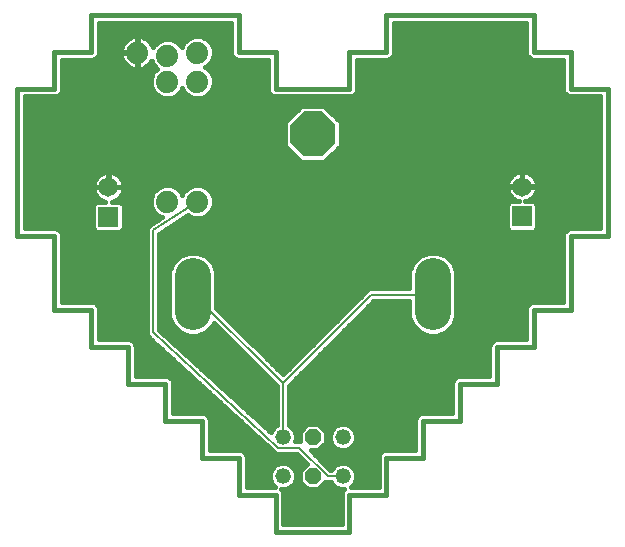
<source format=gbl>
G75*
%MOIN*%
%OFA0B0*%
%FSLAX25Y25*%
%IPPOS*%
%LPD*%
%AMOC8*
5,1,8,0,0,1.08239X$1,22.5*
%
%ADD10C,0.01600*%
%ADD11C,0.12000*%
%ADD12R,0.06500X0.06500*%
%ADD13C,0.06500*%
%ADD14C,0.07400*%
%ADD15OC8,0.15000*%
%ADD16OC8,0.05200*%
%ADD17C,0.05200*%
%ADD18C,0.00500*%
D10*
X0075619Y0051013D02*
X0075619Y0063316D01*
X0063316Y0063316D01*
X0063316Y0075619D01*
X0051013Y0075619D01*
X0051013Y0087922D01*
X0038709Y0087922D01*
X0038709Y0112528D01*
X0026406Y0112528D01*
X0026406Y0161741D01*
X0038709Y0161741D01*
X0038709Y0174044D01*
X0051013Y0174044D01*
X0051013Y0186347D01*
X0100225Y0186347D01*
X0100225Y0174044D01*
X0112528Y0174044D01*
X0112528Y0161741D01*
X0137135Y0161741D01*
X0137135Y0174044D01*
X0149438Y0174044D01*
X0149438Y0186347D01*
X0198650Y0186347D01*
X0198650Y0174044D01*
X0210954Y0174044D01*
X0210954Y0161741D01*
X0223257Y0161741D01*
X0223257Y0112528D01*
X0210954Y0112528D01*
X0210954Y0087922D01*
X0198650Y0087922D01*
X0198650Y0075619D01*
X0186347Y0075619D01*
X0186347Y0063316D01*
X0174044Y0063316D01*
X0174044Y0051013D01*
X0161741Y0051013D01*
X0161741Y0038709D01*
X0149438Y0038709D01*
X0149438Y0026406D01*
X0137135Y0026406D01*
X0137135Y0014103D01*
X0112528Y0014103D01*
X0112528Y0026406D01*
X0100225Y0026406D01*
X0100225Y0038709D01*
X0087922Y0038709D01*
X0087922Y0051013D01*
X0075619Y0051013D01*
X0078219Y0053613D02*
X0078219Y0063833D01*
X0077823Y0064789D01*
X0077092Y0065520D01*
X0076136Y0065916D01*
X0065916Y0065916D01*
X0065916Y0076136D01*
X0065520Y0077092D01*
X0064789Y0077823D01*
X0063833Y0078219D01*
X0053613Y0078219D01*
X0053613Y0088439D01*
X0053217Y0089395D01*
X0052485Y0090126D01*
X0051530Y0090522D01*
X0041309Y0090522D01*
X0041309Y0113046D01*
X0040914Y0114001D01*
X0040182Y0114733D01*
X0039227Y0115128D01*
X0029006Y0115128D01*
X0029006Y0159141D01*
X0039227Y0159141D01*
X0040182Y0159537D01*
X0040914Y0160268D01*
X0041309Y0161224D01*
X0041309Y0171444D01*
X0051530Y0171444D01*
X0052485Y0171840D01*
X0053217Y0172571D01*
X0053613Y0173527D01*
X0053613Y0183747D01*
X0097625Y0183747D01*
X0097625Y0173527D01*
X0098021Y0172571D01*
X0098752Y0171840D01*
X0099708Y0171444D01*
X0109928Y0171444D01*
X0109928Y0161224D01*
X0110324Y0160268D01*
X0111056Y0159537D01*
X0112011Y0159141D01*
X0137652Y0159141D01*
X0138607Y0159537D01*
X0139339Y0160268D01*
X0139735Y0161224D01*
X0139735Y0171444D01*
X0149955Y0171444D01*
X0150911Y0171840D01*
X0151642Y0172571D01*
X0152038Y0173527D01*
X0152038Y0183747D01*
X0196050Y0183747D01*
X0196050Y0173527D01*
X0196446Y0172571D01*
X0197178Y0171840D01*
X0198133Y0171444D01*
X0208354Y0171444D01*
X0208354Y0161224D01*
X0208749Y0160268D01*
X0209481Y0159537D01*
X0210436Y0159141D01*
X0220657Y0159141D01*
X0220657Y0115128D01*
X0210436Y0115128D01*
X0209481Y0114733D01*
X0208749Y0114001D01*
X0208354Y0113046D01*
X0208354Y0090522D01*
X0198133Y0090522D01*
X0197178Y0090126D01*
X0196446Y0089395D01*
X0196050Y0088439D01*
X0196050Y0078219D01*
X0185830Y0078219D01*
X0184874Y0077823D01*
X0184143Y0077092D01*
X0183747Y0076136D01*
X0183747Y0065916D01*
X0173527Y0065916D01*
X0172571Y0065520D01*
X0171840Y0064789D01*
X0171444Y0063833D01*
X0171444Y0053613D01*
X0161224Y0053613D01*
X0160268Y0053217D01*
X0159537Y0052485D01*
X0159141Y0051530D01*
X0159141Y0041309D01*
X0148921Y0041309D01*
X0147965Y0040914D01*
X0147234Y0040182D01*
X0146838Y0039227D01*
X0146838Y0029006D01*
X0137594Y0029006D01*
X0138676Y0030088D01*
X0139346Y0031705D01*
X0139346Y0033456D01*
X0138676Y0035073D01*
X0137438Y0036311D01*
X0135821Y0036981D01*
X0134071Y0036981D01*
X0132453Y0036311D01*
X0131216Y0035073D01*
X0131042Y0034653D01*
X0130755Y0034653D01*
X0124236Y0041173D01*
X0126768Y0041173D01*
X0129346Y0043750D01*
X0129346Y0047395D01*
X0126768Y0049973D01*
X0123123Y0049973D01*
X0120546Y0047395D01*
X0120546Y0044153D01*
X0119120Y0044153D01*
X0119346Y0044698D01*
X0119346Y0046448D01*
X0118676Y0048065D01*
X0117438Y0049303D01*
X0116956Y0049502D01*
X0116956Y0062754D01*
X0145255Y0091053D01*
X0157121Y0091053D01*
X0157121Y0085691D01*
X0158309Y0082824D01*
X0160503Y0080630D01*
X0163370Y0079442D01*
X0166473Y0079442D01*
X0169339Y0080630D01*
X0171534Y0082824D01*
X0172721Y0085691D01*
X0172721Y0100794D01*
X0171534Y0103660D01*
X0169339Y0105855D01*
X0166473Y0107042D01*
X0163370Y0107042D01*
X0160503Y0105855D01*
X0158309Y0103660D01*
X0157121Y0100794D01*
X0157121Y0095153D01*
X0143557Y0095153D01*
X0114906Y0066502D01*
X0092721Y0088688D01*
X0092721Y0100794D01*
X0091534Y0103660D01*
X0089339Y0105855D01*
X0086473Y0107042D01*
X0083370Y0107042D01*
X0080503Y0105855D01*
X0078309Y0103660D01*
X0077121Y0100794D01*
X0077121Y0085691D01*
X0078309Y0082824D01*
X0080503Y0080630D01*
X0083370Y0079442D01*
X0086473Y0079442D01*
X0089339Y0080630D01*
X0091534Y0082824D01*
X0091901Y0083710D01*
X0112856Y0062754D01*
X0112856Y0049470D01*
X0112453Y0049303D01*
X0111216Y0048065D01*
X0110864Y0047215D01*
X0073612Y0081367D01*
X0073612Y0113361D01*
X0083170Y0119561D01*
X0083291Y0119440D01*
X0085312Y0118603D01*
X0087500Y0118603D01*
X0089522Y0119440D01*
X0091069Y0120988D01*
X0091906Y0123009D01*
X0091906Y0125197D01*
X0091069Y0127219D01*
X0089522Y0128766D01*
X0087500Y0129603D01*
X0085312Y0129603D01*
X0083291Y0128766D01*
X0081744Y0127219D01*
X0081406Y0126404D01*
X0081069Y0127219D01*
X0079522Y0128766D01*
X0077500Y0129603D01*
X0075312Y0129603D01*
X0073291Y0128766D01*
X0071744Y0127219D01*
X0070906Y0125197D01*
X0070906Y0123009D01*
X0071744Y0120988D01*
X0073291Y0119440D01*
X0074609Y0118895D01*
X0070955Y0116525D01*
X0070713Y0116525D01*
X0070265Y0116077D01*
X0069734Y0115733D01*
X0069683Y0115496D01*
X0069512Y0115324D01*
X0069512Y0114691D01*
X0069380Y0114072D01*
X0069512Y0113868D01*
X0069512Y0081262D01*
X0069477Y0081224D01*
X0069512Y0080421D01*
X0069512Y0079616D01*
X0069548Y0079579D01*
X0069550Y0079528D01*
X0070144Y0078984D01*
X0070713Y0078415D01*
X0070764Y0078415D01*
X0111988Y0040622D01*
X0112557Y0040053D01*
X0112609Y0040053D01*
X0112647Y0040018D01*
X0113451Y0040053D01*
X0119557Y0040053D01*
X0122876Y0036734D01*
X0120546Y0034403D01*
X0120546Y0030758D01*
X0123123Y0028181D01*
X0126768Y0028181D01*
X0129141Y0030553D01*
X0131023Y0030553D01*
X0131216Y0030088D01*
X0132453Y0028850D01*
X0134071Y0028181D01*
X0135232Y0028181D01*
X0134930Y0027879D01*
X0134535Y0026923D01*
X0134535Y0016703D01*
X0115128Y0016703D01*
X0115128Y0026923D01*
X0114733Y0027879D01*
X0114431Y0028181D01*
X0115821Y0028181D01*
X0117438Y0028850D01*
X0118676Y0030088D01*
X0119346Y0031705D01*
X0119346Y0033456D01*
X0118676Y0035073D01*
X0117438Y0036311D01*
X0115821Y0036981D01*
X0114071Y0036981D01*
X0112453Y0036311D01*
X0111216Y0035073D01*
X0110546Y0033456D01*
X0110546Y0031705D01*
X0111216Y0030088D01*
X0112298Y0029006D01*
X0102825Y0029006D01*
X0102825Y0039227D01*
X0102429Y0040182D01*
X0101698Y0040914D01*
X0100742Y0041309D01*
X0090522Y0041309D01*
X0090522Y0051530D01*
X0090126Y0052485D01*
X0089395Y0053217D01*
X0088439Y0053613D01*
X0078219Y0053613D01*
X0078219Y0054066D02*
X0097324Y0054066D01*
X0099067Y0052467D02*
X0090134Y0052467D01*
X0090522Y0050869D02*
X0100811Y0050869D01*
X0102555Y0049270D02*
X0090522Y0049270D01*
X0090522Y0047672D02*
X0104298Y0047672D01*
X0106042Y0046073D02*
X0090522Y0046073D01*
X0090522Y0044475D02*
X0107786Y0044475D01*
X0109529Y0042876D02*
X0090522Y0042876D01*
X0100819Y0041278D02*
X0111273Y0041278D01*
X0112868Y0036482D02*
X0102825Y0036482D01*
X0102825Y0034884D02*
X0111137Y0034884D01*
X0110546Y0033285D02*
X0102825Y0033285D01*
X0102825Y0031687D02*
X0110553Y0031687D01*
X0111216Y0030088D02*
X0102825Y0030088D01*
X0102825Y0038081D02*
X0121529Y0038081D01*
X0122625Y0036482D02*
X0117024Y0036482D01*
X0118754Y0034884D02*
X0121026Y0034884D01*
X0120546Y0033285D02*
X0119346Y0033285D01*
X0119338Y0031687D02*
X0120546Y0031687D01*
X0121216Y0030088D02*
X0118676Y0030088D01*
X0116567Y0028490D02*
X0122814Y0028490D01*
X0127077Y0028490D02*
X0133324Y0028490D01*
X0134535Y0026891D02*
X0115128Y0026891D01*
X0115128Y0025293D02*
X0134535Y0025293D01*
X0134535Y0023694D02*
X0115128Y0023694D01*
X0115128Y0022096D02*
X0134535Y0022096D01*
X0134535Y0020497D02*
X0115128Y0020497D01*
X0115128Y0018899D02*
X0134535Y0018899D01*
X0134535Y0017300D02*
X0115128Y0017300D01*
X0128676Y0030088D02*
X0131216Y0030088D01*
X0131137Y0034884D02*
X0130525Y0034884D01*
X0128926Y0036482D02*
X0132868Y0036482D01*
X0137024Y0036482D02*
X0146838Y0036482D01*
X0146838Y0034884D02*
X0138754Y0034884D01*
X0139346Y0033285D02*
X0146838Y0033285D01*
X0146838Y0031687D02*
X0139338Y0031687D01*
X0138676Y0030088D02*
X0146838Y0030088D01*
X0146838Y0038081D02*
X0127328Y0038081D01*
X0125729Y0039679D02*
X0147025Y0039679D01*
X0148844Y0041278D02*
X0136075Y0041278D01*
X0135821Y0041173D02*
X0137438Y0041843D01*
X0138676Y0043080D01*
X0139346Y0044698D01*
X0139346Y0046448D01*
X0138676Y0048065D01*
X0137438Y0049303D01*
X0135821Y0049973D01*
X0134071Y0049973D01*
X0132453Y0049303D01*
X0131216Y0048065D01*
X0130546Y0046448D01*
X0130546Y0044698D01*
X0131216Y0043080D01*
X0132453Y0041843D01*
X0134071Y0041173D01*
X0135821Y0041173D01*
X0133817Y0041278D02*
X0126873Y0041278D01*
X0128472Y0042876D02*
X0131420Y0042876D01*
X0130638Y0044475D02*
X0129346Y0044475D01*
X0129346Y0046073D02*
X0130546Y0046073D01*
X0131053Y0047672D02*
X0129069Y0047672D01*
X0127471Y0049270D02*
X0132421Y0049270D01*
X0137471Y0049270D02*
X0159141Y0049270D01*
X0159141Y0047672D02*
X0138839Y0047672D01*
X0139346Y0046073D02*
X0159141Y0046073D01*
X0159141Y0044475D02*
X0139254Y0044475D01*
X0138472Y0042876D02*
X0159141Y0042876D01*
X0159141Y0050869D02*
X0116956Y0050869D01*
X0116956Y0052467D02*
X0159529Y0052467D01*
X0171444Y0054066D02*
X0116956Y0054066D01*
X0116956Y0055664D02*
X0171444Y0055664D01*
X0171444Y0057263D02*
X0116956Y0057263D01*
X0116956Y0058861D02*
X0171444Y0058861D01*
X0171444Y0060460D02*
X0116956Y0060460D01*
X0116956Y0062058D02*
X0171444Y0062058D01*
X0171444Y0063657D02*
X0117859Y0063657D01*
X0119458Y0065256D02*
X0172307Y0065256D01*
X0183747Y0066854D02*
X0121056Y0066854D01*
X0122655Y0068453D02*
X0183747Y0068453D01*
X0183747Y0070051D02*
X0124253Y0070051D01*
X0125852Y0071650D02*
X0183747Y0071650D01*
X0183747Y0073248D02*
X0127450Y0073248D01*
X0129049Y0074847D02*
X0183747Y0074847D01*
X0183875Y0076445D02*
X0130647Y0076445D01*
X0132246Y0078044D02*
X0185407Y0078044D01*
X0196050Y0079642D02*
X0166955Y0079642D01*
X0162887Y0079642D02*
X0133844Y0079642D01*
X0135443Y0081241D02*
X0159892Y0081241D01*
X0158302Y0082839D02*
X0137041Y0082839D01*
X0138640Y0084438D02*
X0157640Y0084438D01*
X0157121Y0086036D02*
X0140238Y0086036D01*
X0141837Y0087635D02*
X0157121Y0087635D01*
X0157121Y0089233D02*
X0143435Y0089233D01*
X0145034Y0090832D02*
X0157121Y0090832D01*
X0157121Y0095627D02*
X0092721Y0095627D01*
X0092721Y0094029D02*
X0142433Y0094029D01*
X0140834Y0092430D02*
X0092721Y0092430D01*
X0092721Y0090832D02*
X0139236Y0090832D01*
X0137637Y0089233D02*
X0092721Y0089233D01*
X0093774Y0087635D02*
X0136039Y0087635D01*
X0134440Y0086036D02*
X0095372Y0086036D01*
X0096971Y0084438D02*
X0132842Y0084438D01*
X0131243Y0082839D02*
X0098569Y0082839D01*
X0100168Y0081241D02*
X0129645Y0081241D01*
X0128046Y0079642D02*
X0101766Y0079642D01*
X0103365Y0078044D02*
X0126448Y0078044D01*
X0124849Y0076445D02*
X0104963Y0076445D01*
X0106562Y0074847D02*
X0123251Y0074847D01*
X0121652Y0073248D02*
X0108160Y0073248D01*
X0109759Y0071650D02*
X0120054Y0071650D01*
X0118455Y0070051D02*
X0111358Y0070051D01*
X0112956Y0068453D02*
X0116857Y0068453D01*
X0115258Y0066854D02*
X0114555Y0066854D01*
X0110355Y0065256D02*
X0091186Y0065256D01*
X0089442Y0066854D02*
X0108756Y0066854D01*
X0107158Y0068453D02*
X0087698Y0068453D01*
X0085955Y0070051D02*
X0105559Y0070051D01*
X0103961Y0071650D02*
X0084211Y0071650D01*
X0082467Y0073248D02*
X0102362Y0073248D01*
X0100764Y0074847D02*
X0080724Y0074847D01*
X0078980Y0076445D02*
X0099165Y0076445D01*
X0097567Y0078044D02*
X0077236Y0078044D01*
X0075493Y0079642D02*
X0082887Y0079642D01*
X0086955Y0079642D02*
X0095968Y0079642D01*
X0094370Y0081241D02*
X0089950Y0081241D01*
X0091540Y0082839D02*
X0092771Y0082839D01*
X0079892Y0081241D02*
X0073749Y0081241D01*
X0073612Y0082839D02*
X0078302Y0082839D01*
X0077640Y0084438D02*
X0073612Y0084438D01*
X0073612Y0086036D02*
X0077121Y0086036D01*
X0077121Y0087635D02*
X0073612Y0087635D01*
X0073612Y0089233D02*
X0077121Y0089233D01*
X0077121Y0090832D02*
X0073612Y0090832D01*
X0073612Y0092430D02*
X0077121Y0092430D01*
X0077121Y0094029D02*
X0073612Y0094029D01*
X0073612Y0095627D02*
X0077121Y0095627D01*
X0077121Y0097226D02*
X0073612Y0097226D01*
X0073612Y0098824D02*
X0077121Y0098824D01*
X0077121Y0100423D02*
X0073612Y0100423D01*
X0073612Y0102021D02*
X0077630Y0102021D01*
X0078292Y0103620D02*
X0073612Y0103620D01*
X0073612Y0105218D02*
X0079866Y0105218D01*
X0082826Y0106817D02*
X0073612Y0106817D01*
X0073612Y0108415D02*
X0208354Y0108415D01*
X0208354Y0106817D02*
X0167016Y0106817D01*
X0162826Y0106817D02*
X0087016Y0106817D01*
X0089976Y0105218D02*
X0159866Y0105218D01*
X0158292Y0103620D02*
X0091550Y0103620D01*
X0092213Y0102021D02*
X0157630Y0102021D01*
X0157121Y0100423D02*
X0092721Y0100423D01*
X0092721Y0098824D02*
X0157121Y0098824D01*
X0157121Y0097226D02*
X0092721Y0097226D01*
X0073612Y0110014D02*
X0208354Y0110014D01*
X0208354Y0111612D02*
X0073612Y0111612D01*
X0073612Y0113211D02*
X0208422Y0113211D01*
X0209666Y0114809D02*
X0199465Y0114809D01*
X0199782Y0115126D02*
X0198728Y0114072D01*
X0190737Y0114072D01*
X0189682Y0115126D01*
X0189682Y0123118D01*
X0190737Y0124172D01*
X0193694Y0124172D01*
X0193550Y0124195D01*
X0192794Y0124440D01*
X0192085Y0124801D01*
X0191442Y0125269D01*
X0190880Y0125831D01*
X0190413Y0126474D01*
X0190052Y0127182D01*
X0189807Y0127938D01*
X0189682Y0128723D01*
X0189682Y0129045D01*
X0194657Y0129045D01*
X0194657Y0129195D01*
X0189682Y0129195D01*
X0189682Y0129518D01*
X0189807Y0130303D01*
X0190052Y0131059D01*
X0190413Y0131767D01*
X0190880Y0132410D01*
X0191442Y0132972D01*
X0192085Y0133440D01*
X0192794Y0133800D01*
X0193550Y0134046D01*
X0194335Y0134170D01*
X0194657Y0134170D01*
X0194657Y0129196D01*
X0194807Y0129196D01*
X0194657Y0129196D01*
X0194807Y0129196D02*
X0194807Y0134170D01*
X0195130Y0134170D01*
X0195915Y0134046D01*
X0196671Y0133800D01*
X0197379Y0133440D01*
X0198022Y0132972D01*
X0198584Y0132410D01*
X0199051Y0131767D01*
X0199412Y0131059D01*
X0199658Y0130303D01*
X0199782Y0129518D01*
X0199782Y0129195D01*
X0194807Y0129195D01*
X0194807Y0129045D01*
X0199782Y0129045D01*
X0199782Y0128723D01*
X0199658Y0127938D01*
X0199412Y0127182D01*
X0199051Y0126474D01*
X0198584Y0125831D01*
X0198022Y0125269D01*
X0197379Y0124801D01*
X0196671Y0124440D01*
X0195915Y0124195D01*
X0195771Y0124172D01*
X0198728Y0124172D01*
X0199782Y0123118D01*
X0199782Y0115126D01*
X0199782Y0116408D02*
X0220657Y0116408D01*
X0220657Y0118006D02*
X0199782Y0118006D01*
X0199782Y0119605D02*
X0220657Y0119605D01*
X0220657Y0121203D02*
X0199782Y0121203D01*
X0199782Y0122802D02*
X0220657Y0122802D01*
X0220657Y0124400D02*
X0196548Y0124400D01*
X0198706Y0125999D02*
X0220657Y0125999D01*
X0220657Y0127597D02*
X0199547Y0127597D01*
X0199782Y0129196D02*
X0220657Y0129196D01*
X0220657Y0130794D02*
X0199498Y0130794D01*
X0198597Y0132393D02*
X0220657Y0132393D01*
X0220657Y0133991D02*
X0196083Y0133991D01*
X0194807Y0133991D02*
X0194657Y0133991D01*
X0193382Y0133991D02*
X0057285Y0133991D01*
X0057198Y0134005D02*
X0057984Y0133881D01*
X0058739Y0133635D01*
X0059448Y0133274D01*
X0060091Y0132807D01*
X0060653Y0132245D01*
X0061120Y0131602D01*
X0061481Y0130894D01*
X0061727Y0130138D01*
X0061851Y0129353D01*
X0061851Y0129030D01*
X0056876Y0129030D01*
X0056876Y0128880D01*
X0061851Y0128880D01*
X0061851Y0128558D01*
X0061727Y0127773D01*
X0061481Y0127017D01*
X0061120Y0126309D01*
X0060653Y0125665D01*
X0060091Y0125103D01*
X0059448Y0124636D01*
X0058739Y0124275D01*
X0057984Y0124030D01*
X0057840Y0124007D01*
X0060797Y0124007D01*
X0061851Y0122952D01*
X0061851Y0114961D01*
X0060797Y0113907D01*
X0052805Y0113907D01*
X0051751Y0114961D01*
X0051751Y0122952D01*
X0052805Y0124007D01*
X0055762Y0124007D01*
X0055618Y0124030D01*
X0054862Y0124275D01*
X0054154Y0124636D01*
X0053511Y0125103D01*
X0052949Y0125665D01*
X0052482Y0126309D01*
X0052121Y0127017D01*
X0051875Y0127773D01*
X0051751Y0128558D01*
X0051751Y0128880D01*
X0056726Y0128880D01*
X0056726Y0129030D01*
X0051751Y0129030D01*
X0051751Y0129353D01*
X0051875Y0130138D01*
X0052121Y0130894D01*
X0052482Y0131602D01*
X0052949Y0132245D01*
X0053511Y0132807D01*
X0054154Y0133274D01*
X0054862Y0133635D01*
X0055618Y0133881D01*
X0056404Y0134005D01*
X0056726Y0134005D01*
X0056726Y0129030D01*
X0056876Y0129030D01*
X0056876Y0134005D01*
X0057198Y0134005D01*
X0056876Y0133991D02*
X0056726Y0133991D01*
X0056316Y0133991D02*
X0029006Y0133991D01*
X0029006Y0132393D02*
X0053097Y0132393D01*
X0052089Y0130794D02*
X0029006Y0130794D01*
X0029006Y0129196D02*
X0051751Y0129196D01*
X0051932Y0127597D02*
X0029006Y0127597D01*
X0029006Y0125999D02*
X0052707Y0125999D01*
X0054617Y0124400D02*
X0029006Y0124400D01*
X0029006Y0122802D02*
X0051751Y0122802D01*
X0051751Y0121203D02*
X0029006Y0121203D01*
X0029006Y0119605D02*
X0051751Y0119605D01*
X0051751Y0118006D02*
X0029006Y0118006D01*
X0029006Y0116408D02*
X0051751Y0116408D01*
X0051903Y0114809D02*
X0039997Y0114809D01*
X0041241Y0113211D02*
X0069512Y0113211D01*
X0069512Y0114809D02*
X0061699Y0114809D01*
X0061851Y0116408D02*
X0070595Y0116408D01*
X0073239Y0118006D02*
X0061851Y0118006D01*
X0061851Y0119605D02*
X0073126Y0119605D01*
X0071654Y0121203D02*
X0061851Y0121203D01*
X0061851Y0122802D02*
X0070992Y0122802D01*
X0070906Y0124400D02*
X0058985Y0124400D01*
X0060895Y0125999D02*
X0071238Y0125999D01*
X0072122Y0127597D02*
X0061670Y0127597D01*
X0061851Y0129196D02*
X0074329Y0129196D01*
X0078483Y0129196D02*
X0084329Y0129196D01*
X0082122Y0127597D02*
X0080690Y0127597D01*
X0088483Y0129196D02*
X0189682Y0129196D01*
X0189917Y0127597D02*
X0090690Y0127597D01*
X0091574Y0125999D02*
X0190758Y0125999D01*
X0192917Y0124400D02*
X0091906Y0124400D01*
X0091820Y0122802D02*
X0189682Y0122802D01*
X0189682Y0121203D02*
X0091158Y0121203D01*
X0089686Y0119605D02*
X0189682Y0119605D01*
X0189682Y0118006D02*
X0080774Y0118006D01*
X0078309Y0116408D02*
X0189682Y0116408D01*
X0189999Y0114809D02*
X0075844Y0114809D01*
X0069512Y0111612D02*
X0041309Y0111612D01*
X0041309Y0110014D02*
X0069512Y0110014D01*
X0069512Y0108415D02*
X0041309Y0108415D01*
X0041309Y0106817D02*
X0069512Y0106817D01*
X0069512Y0105218D02*
X0041309Y0105218D01*
X0041309Y0103620D02*
X0069512Y0103620D01*
X0069512Y0102021D02*
X0041309Y0102021D01*
X0041309Y0100423D02*
X0069512Y0100423D01*
X0069512Y0098824D02*
X0041309Y0098824D01*
X0041309Y0097226D02*
X0069512Y0097226D01*
X0069512Y0095627D02*
X0041309Y0095627D01*
X0041309Y0094029D02*
X0069512Y0094029D01*
X0069512Y0092430D02*
X0041309Y0092430D01*
X0041309Y0090832D02*
X0069512Y0090832D01*
X0069512Y0089233D02*
X0053284Y0089233D01*
X0053613Y0087635D02*
X0069512Y0087635D01*
X0069512Y0086036D02*
X0053613Y0086036D01*
X0053613Y0084438D02*
X0069512Y0084438D01*
X0069512Y0082839D02*
X0053613Y0082839D01*
X0053613Y0081241D02*
X0069492Y0081241D01*
X0069512Y0079642D02*
X0053613Y0079642D01*
X0064256Y0078044D02*
X0071169Y0078044D01*
X0072913Y0076445D02*
X0065788Y0076445D01*
X0065916Y0074847D02*
X0074657Y0074847D01*
X0076400Y0073248D02*
X0065916Y0073248D01*
X0065916Y0071650D02*
X0078144Y0071650D01*
X0079887Y0070051D02*
X0065916Y0070051D01*
X0065916Y0068453D02*
X0081631Y0068453D01*
X0083375Y0066854D02*
X0065916Y0066854D01*
X0077356Y0065256D02*
X0085118Y0065256D01*
X0086862Y0063657D02*
X0078219Y0063657D01*
X0078219Y0062058D02*
X0088606Y0062058D01*
X0090349Y0060460D02*
X0078219Y0060460D01*
X0078219Y0058861D02*
X0092093Y0058861D01*
X0093837Y0057263D02*
X0078219Y0057263D01*
X0078219Y0055664D02*
X0095580Y0055664D01*
X0098160Y0058861D02*
X0112856Y0058861D01*
X0112856Y0057263D02*
X0099904Y0057263D01*
X0101647Y0055664D02*
X0112856Y0055664D01*
X0112856Y0054066D02*
X0103391Y0054066D01*
X0105135Y0052467D02*
X0112856Y0052467D01*
X0112856Y0050869D02*
X0106878Y0050869D01*
X0108622Y0049270D02*
X0112421Y0049270D01*
X0111053Y0047672D02*
X0110366Y0047672D01*
X0117471Y0049270D02*
X0122421Y0049270D01*
X0120822Y0047672D02*
X0118839Y0047672D01*
X0119346Y0046073D02*
X0120546Y0046073D01*
X0120546Y0044475D02*
X0119254Y0044475D01*
X0119931Y0039679D02*
X0102638Y0039679D01*
X0096416Y0060460D02*
X0112856Y0060460D01*
X0112856Y0062058D02*
X0094673Y0062058D01*
X0092929Y0063657D02*
X0111953Y0063657D01*
X0169950Y0081241D02*
X0196050Y0081241D01*
X0196050Y0082839D02*
X0171540Y0082839D01*
X0172202Y0084438D02*
X0196050Y0084438D01*
X0196050Y0086036D02*
X0172721Y0086036D01*
X0172721Y0087635D02*
X0196050Y0087635D01*
X0196379Y0089233D02*
X0172721Y0089233D01*
X0172721Y0090832D02*
X0208354Y0090832D01*
X0208354Y0092430D02*
X0172721Y0092430D01*
X0172721Y0094029D02*
X0208354Y0094029D01*
X0208354Y0095627D02*
X0172721Y0095627D01*
X0172721Y0097226D02*
X0208354Y0097226D01*
X0208354Y0098824D02*
X0172721Y0098824D01*
X0172721Y0100423D02*
X0208354Y0100423D01*
X0208354Y0102021D02*
X0172213Y0102021D01*
X0171550Y0103620D02*
X0208354Y0103620D01*
X0208354Y0105218D02*
X0169976Y0105218D01*
X0189966Y0130794D02*
X0061513Y0130794D01*
X0060505Y0132393D02*
X0190868Y0132393D01*
X0194657Y0132393D02*
X0194807Y0132393D01*
X0194807Y0130794D02*
X0194657Y0130794D01*
X0220657Y0135590D02*
X0029006Y0135590D01*
X0029006Y0137189D02*
X0220657Y0137189D01*
X0220657Y0138787D02*
X0130245Y0138787D01*
X0128784Y0137326D02*
X0134232Y0142774D01*
X0134232Y0150478D01*
X0128784Y0155926D01*
X0121080Y0155926D01*
X0115632Y0150478D01*
X0115632Y0142774D01*
X0121080Y0137326D01*
X0128784Y0137326D01*
X0131844Y0140386D02*
X0220657Y0140386D01*
X0220657Y0141984D02*
X0133442Y0141984D01*
X0134232Y0143583D02*
X0220657Y0143583D01*
X0220657Y0145181D02*
X0134232Y0145181D01*
X0134232Y0146780D02*
X0220657Y0146780D01*
X0220657Y0148378D02*
X0134232Y0148378D01*
X0134232Y0149977D02*
X0220657Y0149977D01*
X0220657Y0151575D02*
X0133135Y0151575D01*
X0131537Y0153174D02*
X0220657Y0153174D01*
X0220657Y0154772D02*
X0129938Y0154772D01*
X0138638Y0159568D02*
X0209450Y0159568D01*
X0208377Y0161166D02*
X0139711Y0161166D01*
X0139735Y0162765D02*
X0208354Y0162765D01*
X0208354Y0164363D02*
X0139735Y0164363D01*
X0139735Y0165962D02*
X0208354Y0165962D01*
X0208354Y0167560D02*
X0139735Y0167560D01*
X0139735Y0169159D02*
X0208354Y0169159D01*
X0208354Y0170757D02*
X0139735Y0170757D01*
X0151426Y0172356D02*
X0196662Y0172356D01*
X0196050Y0173954D02*
X0152038Y0173954D01*
X0152038Y0175553D02*
X0196050Y0175553D01*
X0196050Y0177151D02*
X0152038Y0177151D01*
X0152038Y0178750D02*
X0196050Y0178750D01*
X0196050Y0180348D02*
X0152038Y0180348D01*
X0152038Y0181947D02*
X0196050Y0181947D01*
X0196050Y0183545D02*
X0152038Y0183545D01*
X0119926Y0154772D02*
X0029006Y0154772D01*
X0029006Y0153174D02*
X0118327Y0153174D01*
X0116729Y0151575D02*
X0029006Y0151575D01*
X0029006Y0149977D02*
X0115632Y0149977D01*
X0115632Y0148378D02*
X0029006Y0148378D01*
X0029006Y0146780D02*
X0115632Y0146780D01*
X0115632Y0145181D02*
X0029006Y0145181D01*
X0029006Y0143583D02*
X0115632Y0143583D01*
X0116422Y0141984D02*
X0029006Y0141984D01*
X0029006Y0140386D02*
X0118021Y0140386D01*
X0119619Y0138787D02*
X0029006Y0138787D01*
X0029006Y0156371D02*
X0220657Y0156371D01*
X0220657Y0157969D02*
X0029006Y0157969D01*
X0040213Y0159568D02*
X0073164Y0159568D01*
X0073291Y0159440D02*
X0075312Y0158603D01*
X0077500Y0158603D01*
X0079522Y0159440D01*
X0081069Y0160988D01*
X0081406Y0161802D01*
X0081744Y0160988D01*
X0083291Y0159440D01*
X0085312Y0158603D01*
X0087500Y0158603D01*
X0089522Y0159440D01*
X0091069Y0160988D01*
X0091906Y0163009D01*
X0091906Y0165197D01*
X0091069Y0167219D01*
X0089522Y0168766D01*
X0089101Y0168940D01*
X0089522Y0169114D01*
X0091069Y0170661D01*
X0091906Y0172683D01*
X0091906Y0174871D01*
X0091069Y0176892D01*
X0089522Y0178439D01*
X0087500Y0179277D01*
X0085312Y0179277D01*
X0083291Y0178439D01*
X0081744Y0176892D01*
X0081199Y0175578D01*
X0081069Y0175892D01*
X0079522Y0177439D01*
X0077500Y0178277D01*
X0075312Y0178277D01*
X0073291Y0177439D01*
X0071744Y0175892D01*
X0071608Y0175565D01*
X0071503Y0175888D01*
X0071110Y0176659D01*
X0070601Y0177360D01*
X0069989Y0177972D01*
X0069289Y0178481D01*
X0068518Y0178874D01*
X0067694Y0179141D01*
X0066839Y0179277D01*
X0066606Y0179277D01*
X0066606Y0173977D01*
X0066206Y0173977D01*
X0066206Y0173577D01*
X0060906Y0173577D01*
X0060906Y0173344D01*
X0061042Y0172489D01*
X0061309Y0171666D01*
X0061702Y0170894D01*
X0062211Y0170194D01*
X0062823Y0169582D01*
X0063524Y0169073D01*
X0064295Y0168680D01*
X0065118Y0168412D01*
X0065973Y0168277D01*
X0066206Y0168277D01*
X0066206Y0173577D01*
X0066606Y0173577D01*
X0066606Y0168277D01*
X0066839Y0168277D01*
X0067694Y0168412D01*
X0068518Y0168680D01*
X0069289Y0169073D01*
X0069989Y0169582D01*
X0070601Y0170194D01*
X0071110Y0170894D01*
X0071178Y0171027D01*
X0071744Y0169661D01*
X0072965Y0168440D01*
X0071744Y0167219D01*
X0070906Y0165197D01*
X0070906Y0163009D01*
X0071744Y0160988D01*
X0073291Y0159440D01*
X0071670Y0161166D02*
X0041286Y0161166D01*
X0041309Y0162765D02*
X0071008Y0162765D01*
X0070906Y0164363D02*
X0041309Y0164363D01*
X0041309Y0165962D02*
X0071223Y0165962D01*
X0072085Y0167560D02*
X0041309Y0167560D01*
X0041309Y0169159D02*
X0063405Y0169159D01*
X0061802Y0170757D02*
X0041309Y0170757D01*
X0053001Y0172356D02*
X0061085Y0172356D01*
X0060906Y0173977D02*
X0066206Y0173977D01*
X0066206Y0179277D01*
X0065973Y0179277D01*
X0065118Y0179141D01*
X0064295Y0178874D01*
X0063524Y0178481D01*
X0062823Y0177972D01*
X0062211Y0177360D01*
X0061702Y0176659D01*
X0061309Y0175888D01*
X0061042Y0175065D01*
X0060906Y0174210D01*
X0060906Y0173977D01*
X0061200Y0175553D02*
X0053613Y0175553D01*
X0053613Y0177151D02*
X0062060Y0177151D01*
X0064052Y0178750D02*
X0053613Y0178750D01*
X0053613Y0180348D02*
X0097625Y0180348D01*
X0097625Y0178750D02*
X0088772Y0178750D01*
X0090810Y0177151D02*
X0097625Y0177151D01*
X0097625Y0175553D02*
X0091624Y0175553D01*
X0091906Y0173954D02*
X0097625Y0173954D01*
X0098237Y0172356D02*
X0091771Y0172356D01*
X0091109Y0170757D02*
X0109928Y0170757D01*
X0109928Y0169159D02*
X0089566Y0169159D01*
X0090727Y0167560D02*
X0109928Y0167560D01*
X0109928Y0165962D02*
X0091590Y0165962D01*
X0091906Y0164363D02*
X0109928Y0164363D01*
X0109928Y0162765D02*
X0091805Y0162765D01*
X0091143Y0161166D02*
X0109952Y0161166D01*
X0111025Y0159568D02*
X0089649Y0159568D01*
X0083164Y0159568D02*
X0079649Y0159568D01*
X0081143Y0161166D02*
X0081670Y0161166D01*
X0072246Y0169159D02*
X0069407Y0169159D01*
X0071011Y0170757D02*
X0071290Y0170757D01*
X0066606Y0170757D02*
X0066206Y0170757D01*
X0066206Y0169159D02*
X0066606Y0169159D01*
X0066606Y0172356D02*
X0066206Y0172356D01*
X0066206Y0173954D02*
X0053613Y0173954D01*
X0053613Y0181947D02*
X0097625Y0181947D01*
X0097625Y0183545D02*
X0053613Y0183545D01*
X0066206Y0178750D02*
X0066606Y0178750D01*
X0066606Y0177151D02*
X0066206Y0177151D01*
X0066206Y0175553D02*
X0066606Y0175553D01*
X0068761Y0178750D02*
X0084040Y0178750D01*
X0082003Y0177151D02*
X0079810Y0177151D01*
X0073003Y0177151D02*
X0070753Y0177151D01*
X0056876Y0132393D02*
X0056726Y0132393D01*
X0056726Y0130794D02*
X0056876Y0130794D01*
X0056876Y0129196D02*
X0056726Y0129196D01*
D11*
X0084921Y0099242D02*
X0084921Y0087242D01*
X0164921Y0087242D02*
X0164921Y0099242D01*
D12*
X0194732Y0119122D03*
X0056801Y0118957D03*
D13*
X0056801Y0128955D03*
X0194732Y0129120D03*
D14*
X0086406Y0124103D03*
X0076406Y0124103D03*
X0076406Y0164103D03*
X0086406Y0164103D03*
X0086406Y0173777D03*
X0076406Y0172777D03*
X0066406Y0173777D03*
D15*
X0124932Y0146626D03*
D16*
X0124946Y0045573D03*
X0124946Y0032581D03*
D17*
X0134946Y0032581D03*
X0134946Y0045573D03*
X0114946Y0045573D03*
X0114946Y0032581D03*
D18*
X0113406Y0042103D02*
X0071562Y0080465D01*
X0071562Y0114475D01*
X0086406Y0124103D01*
X0084921Y0093242D02*
X0085406Y0093103D01*
X0114906Y0063603D01*
X0144406Y0093103D01*
X0164906Y0093103D01*
X0164921Y0093242D01*
X0114906Y0063603D02*
X0114906Y0045603D01*
X0114946Y0045573D01*
X0113406Y0042103D02*
X0120406Y0042103D01*
X0129906Y0032603D01*
X0134906Y0032603D01*
X0134946Y0032581D01*
M02*

</source>
